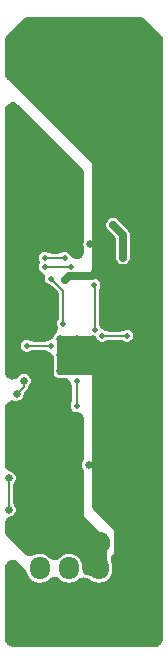
<source format=gbr>
%TF.GenerationSoftware,KiCad,Pcbnew,9.0.0*%
%TF.CreationDate,2025-04-10T00:07:50-07:00*%
%TF.ProjectId,RP2350_60QFN_minimal,52503233-3530-45f3-9630-51464e5f6d69,rev?*%
%TF.SameCoordinates,Original*%
%TF.FileFunction,Copper,L2,Bot*%
%TF.FilePolarity,Positive*%
%FSLAX46Y46*%
G04 Gerber Fmt 4.6, Leading zero omitted, Abs format (unit mm)*
G04 Created by KiCad (PCBNEW 9.0.0) date 2025-04-10 00:07:50*
%MOMM*%
%LPD*%
G01*
G04 APERTURE LIST*
G04 Aperture macros list*
%AMRoundRect*
0 Rectangle with rounded corners*
0 $1 Rounding radius*
0 $2 $3 $4 $5 $6 $7 $8 $9 X,Y pos of 4 corners*
0 Add a 4 corners polygon primitive as box body*
4,1,4,$2,$3,$4,$5,$6,$7,$8,$9,$2,$3,0*
0 Add four circle primitives for the rounded corners*
1,1,$1+$1,$2,$3*
1,1,$1+$1,$4,$5*
1,1,$1+$1,$6,$7*
1,1,$1+$1,$8,$9*
0 Add four rect primitives between the rounded corners*
20,1,$1+$1,$2,$3,$4,$5,0*
20,1,$1+$1,$4,$5,$6,$7,0*
20,1,$1+$1,$6,$7,$8,$9,0*
20,1,$1+$1,$8,$9,$2,$3,0*%
G04 Aperture macros list end*
%TA.AperFunction,ComponentPad*%
%ADD10C,0.635000*%
%TD*%
%TA.AperFunction,ComponentPad*%
%ADD11RoundRect,0.250000X0.600000X0.725000X-0.600000X0.725000X-0.600000X-0.725000X0.600000X-0.725000X0*%
%TD*%
%TA.AperFunction,ComponentPad*%
%ADD12O,1.700000X1.950000*%
%TD*%
%TA.AperFunction,ComponentPad*%
%ADD13C,1.400000*%
%TD*%
%TA.AperFunction,ComponentPad*%
%ADD14RoundRect,0.770000X-0.980000X-0.980000X0.980000X-0.980000X0.980000X0.980000X-0.980000X0.980000X0*%
%TD*%
%TA.AperFunction,ComponentPad*%
%ADD15C,3.500000*%
%TD*%
%TA.AperFunction,ViaPad*%
%ADD16C,1.905000*%
%TD*%
%TA.AperFunction,ViaPad*%
%ADD17C,0.508000*%
%TD*%
%TA.AperFunction,ViaPad*%
%ADD18C,0.635000*%
%TD*%
%TA.AperFunction,Conductor*%
%ADD19C,0.635000*%
%TD*%
%TA.AperFunction,Conductor*%
%ADD20C,0.190500*%
%TD*%
G04 APERTURE END LIST*
D10*
%TO.P,U3,61,GND*%
%TO.N,GND*%
X20850000Y-44726000D03*
X20850000Y-46101000D03*
X20850000Y-47476000D03*
X22225000Y-44726000D03*
X22225000Y-46101000D03*
X22225000Y-47476000D03*
X23600000Y-44726000D03*
X23600000Y-46101000D03*
X23600000Y-47476000D03*
%TD*%
D11*
%TO.P,J5,1,Pin_1*%
%TO.N,GND*%
X26610000Y-64142500D03*
D12*
%TO.P,J5,2,Pin_2*%
%TO.N,+24V*%
X24110000Y-64142500D03*
%TO.P,J5,3,Pin_3*%
%TO.N,/RS485-A*%
X21610000Y-64142500D03*
%TO.P,J5,4,Pin_4*%
%TO.N,/RS485-B*%
X19110000Y-64142500D03*
%TD*%
D13*
%TO.P,J1,*%
%TO.N,GND*%
X17400000Y-20480000D03*
X28400000Y-20480000D03*
D14*
%TO.P,J1,1,Pin_1*%
X25400000Y-30480000D03*
D15*
%TO.P,J1,2,Pin_2*%
%TO.N,+24V*%
X20400000Y-30480000D03*
%TD*%
D16*
%TO.N,+24V*%
X24130000Y-61976000D03*
D17*
%TO.N,GND*%
X21209000Y-39751000D03*
D18*
X26924000Y-54864000D03*
D16*
X26670000Y-61976000D03*
D18*
X28702000Y-43307000D03*
X22606000Y-39370000D03*
X23241000Y-55372000D03*
X28702000Y-41783000D03*
D17*
X24765000Y-40370002D03*
D18*
X23368000Y-36703000D03*
X27178000Y-37465000D03*
D17*
%TO.N,+3V3*%
X19558000Y-38608000D03*
X21717000Y-38608000D03*
D18*
%TO.N,Net-(U2-SW)*%
X26162000Y-37846000D03*
X25308999Y-35052000D03*
D17*
%TO.N,+1V1*%
X24384000Y-44450000D03*
X26511250Y-44450000D03*
X22225000Y-50419000D03*
X22225000Y-48260000D03*
X23742000Y-40132000D03*
X20066000Y-45339000D03*
X18034000Y-45301000D03*
X23749000Y-43942000D03*
D18*
%TO.N,/GPIO9*%
X17145000Y-49403000D03*
X17780000Y-48263750D03*
%TO.N,/GPIO7*%
X16510000Y-59182000D03*
X16510000Y-56509500D03*
D17*
%TO.N,/QSPI_SD3*%
X21209000Y-37846000D03*
X19557425Y-37846000D03*
%TO.N,/QSPI_SCLK*%
X21082000Y-43434000D03*
X20066000Y-39624000D03*
%TD*%
D19*
%TO.N,GND*%
X21209000Y-39751000D02*
X21590000Y-39370000D01*
X23495000Y-39370000D02*
X24130000Y-38735000D01*
X21590000Y-39370000D02*
X22606000Y-39370000D01*
X22606000Y-39370000D02*
X23495000Y-39370000D01*
D20*
%TO.N,+3V3*%
X19558000Y-38608000D02*
X21717000Y-38608000D01*
D19*
%TO.N,Net-(U2-SW)*%
X26162000Y-37846000D02*
X26162000Y-35905001D01*
X26162000Y-35905001D02*
X25308999Y-35052000D01*
D20*
%TO.N,+1V1*%
X26511250Y-44450000D02*
X24384000Y-44450000D01*
X23749000Y-40139000D02*
X23742000Y-40132000D01*
X22225000Y-50419000D02*
X22225000Y-48260000D01*
X23749000Y-43942000D02*
X23749000Y-40139000D01*
X20028000Y-45301000D02*
X18034000Y-45301000D01*
X20066000Y-45339000D02*
X20028000Y-45301000D01*
%TO.N,/GPIO9*%
X17780000Y-48768000D02*
X17780000Y-48263750D01*
X17145000Y-49403000D02*
X17780000Y-48768000D01*
%TO.N,/GPIO7*%
X16510000Y-56509500D02*
X16510000Y-59182000D01*
%TO.N,/QSPI_SD3*%
X21209000Y-37846000D02*
X19557425Y-37846000D01*
%TO.N,/QSPI_SCLK*%
X21082000Y-43434000D02*
X21082000Y-40640000D01*
X21082000Y-40640000D02*
X20066000Y-39624000D01*
%TD*%
%TA.AperFunction,Conductor*%
%TO.N,GND*%
G36*
X27708598Y-17470218D02*
G01*
X27856361Y-17528722D01*
X27984932Y-17622134D01*
X27999235Y-17635994D01*
X29354006Y-18990765D01*
X29451410Y-19116339D01*
X29514526Y-19262191D01*
X29539387Y-19419157D01*
X29539700Y-19439071D01*
X29539700Y-70095929D01*
X29533458Y-70145333D01*
X29531895Y-70195105D01*
X29523536Y-70223874D01*
X29519782Y-70253598D01*
X29501450Y-70299897D01*
X29487558Y-70347717D01*
X29472306Y-70373506D01*
X29461278Y-70401361D01*
X29432010Y-70441643D01*
X29406661Y-70484509D01*
X29373726Y-70521866D01*
X29367866Y-70529932D01*
X29354008Y-70544232D01*
X29269238Y-70629003D01*
X29143665Y-70726409D01*
X28997814Y-70789525D01*
X28840848Y-70814387D01*
X28820930Y-70814700D01*
X16899072Y-70814700D01*
X16741403Y-70794782D01*
X16593640Y-70736278D01*
X16465069Y-70642866D01*
X16450766Y-70629006D01*
X16365994Y-70544234D01*
X16268590Y-70418660D01*
X16205474Y-70272808D01*
X16180613Y-70115842D01*
X16180300Y-70095928D01*
X16180300Y-64065912D01*
X16189021Y-63996872D01*
X16195569Y-63927609D01*
X16198962Y-63918184D01*
X16200218Y-63908243D01*
X16225833Y-63843547D01*
X16249402Y-63778082D01*
X16255033Y-63769794D01*
X16258722Y-63760480D01*
X16299619Y-63704188D01*
X16338730Y-63646640D01*
X16346244Y-63640014D01*
X16352134Y-63631909D01*
X16405746Y-63587556D01*
X16457939Y-63541543D01*
X16466866Y-63536994D01*
X16474586Y-63530608D01*
X16537551Y-63500978D01*
X16599540Y-63469394D01*
X16609315Y-63467208D01*
X16618383Y-63462942D01*
X16686743Y-63449901D01*
X16754635Y-63434726D01*
X16764647Y-63435040D01*
X16774491Y-63433163D01*
X16843945Y-63437532D01*
X16913479Y-63439718D01*
X16923098Y-63442512D01*
X16933100Y-63443142D01*
X16999281Y-63464645D01*
X17066092Y-63484056D01*
X17074715Y-63489156D01*
X17084244Y-63492252D01*
X17142991Y-63529534D01*
X17202883Y-63564954D01*
X17213363Y-63574193D01*
X17218427Y-63577407D01*
X17262606Y-63617606D01*
X17862525Y-64217525D01*
X17959929Y-64343099D01*
X18023045Y-64488951D01*
X18030699Y-64517817D01*
X18032695Y-64526132D01*
X18086418Y-64691475D01*
X18086424Y-64691490D01*
X18165344Y-64846379D01*
X18165351Y-64846390D01*
X18180531Y-64867283D01*
X18267535Y-64987033D01*
X18390467Y-65109965D01*
X18531116Y-65212153D01*
X18686019Y-65291080D01*
X18851362Y-65344803D01*
X19003424Y-65368887D01*
X19023067Y-65371999D01*
X19023068Y-65371999D01*
X19023074Y-65372000D01*
X19023080Y-65372000D01*
X19196920Y-65372000D01*
X19196926Y-65372000D01*
X19368638Y-65344803D01*
X19533981Y-65291080D01*
X19688884Y-65212153D01*
X19829533Y-65109965D01*
X19911698Y-65027799D01*
X20037268Y-64930399D01*
X20183120Y-64867283D01*
X20340086Y-64842422D01*
X20498303Y-64857378D01*
X20647830Y-64911211D01*
X20779272Y-65000539D01*
X20808289Y-65027787D01*
X20890467Y-65109965D01*
X21031116Y-65212153D01*
X21186019Y-65291080D01*
X21351362Y-65344803D01*
X21503424Y-65368887D01*
X21523067Y-65371999D01*
X21523068Y-65371999D01*
X21523074Y-65372000D01*
X21523080Y-65372000D01*
X21696920Y-65372000D01*
X21696926Y-65372000D01*
X21868638Y-65344803D01*
X22033981Y-65291080D01*
X22188884Y-65212153D01*
X22329533Y-65109965D01*
X22337211Y-65102286D01*
X22391506Y-65060169D01*
X22444337Y-65016220D01*
X22454173Y-65011558D01*
X22462775Y-65004886D01*
X22525849Y-64977589D01*
X22587948Y-64948160D01*
X22598634Y-64946091D01*
X22608626Y-64941767D01*
X22676519Y-64931012D01*
X22743974Y-64917953D01*
X22754836Y-64918606D01*
X22765591Y-64916903D01*
X22834012Y-64923369D01*
X22902609Y-64927496D01*
X22914722Y-64930997D01*
X22923809Y-64931856D01*
X22979780Y-64947085D01*
X22999563Y-64953453D01*
X23095302Y-64991359D01*
X23158307Y-65007536D01*
X23173570Y-65009464D01*
X23218206Y-65023832D01*
X23255091Y-65041065D01*
X23293810Y-65053640D01*
X23338254Y-65079920D01*
X23362189Y-65091103D01*
X23375027Y-65101664D01*
X23396599Y-65114420D01*
X23531116Y-65212153D01*
X23686019Y-65291080D01*
X23851362Y-65344803D01*
X24003424Y-65368887D01*
X24023067Y-65371999D01*
X24023068Y-65371999D01*
X24023074Y-65372000D01*
X24023080Y-65372000D01*
X24196920Y-65372000D01*
X24196926Y-65372000D01*
X24368638Y-65344803D01*
X24533981Y-65291080D01*
X24688884Y-65212153D01*
X24829533Y-65109965D01*
X24952465Y-64987033D01*
X25054653Y-64846384D01*
X25133580Y-64691481D01*
X25187303Y-64526138D01*
X25214500Y-64354426D01*
X25214500Y-63930574D01*
X25187303Y-63758862D01*
X25140311Y-63614237D01*
X25110534Y-63458136D01*
X25120513Y-63299528D01*
X25169623Y-63148383D01*
X25254777Y-63014200D01*
X25294957Y-62970042D01*
X25400000Y-62865000D01*
X25400000Y-60960000D01*
X23680694Y-59240694D01*
X23583289Y-59115120D01*
X23520174Y-58969268D01*
X23495313Y-58812302D01*
X23495000Y-58792388D01*
X23495000Y-47752001D01*
X23495000Y-47752000D01*
X23876000Y-47752000D01*
X23876000Y-44635374D01*
X23966099Y-44744286D01*
X23976458Y-44761390D01*
X23977097Y-44762223D01*
X23977099Y-44762226D01*
X24071774Y-44856901D01*
X24187726Y-44923847D01*
X24317055Y-44958500D01*
X24317058Y-44958500D01*
X24450942Y-44958500D01*
X24450945Y-44958500D01*
X24580274Y-44923847D01*
X24648093Y-44884690D01*
X24690958Y-44866671D01*
X24731704Y-44844272D01*
X24763927Y-44835998D01*
X24794597Y-44823106D01*
X24840594Y-44816313D01*
X24885634Y-44804749D01*
X24943598Y-44801102D01*
X24951815Y-44799889D01*
X24965095Y-44799750D01*
X25930155Y-44799750D01*
X26087824Y-44819668D01*
X26235587Y-44878172D01*
X26247153Y-44884688D01*
X26314976Y-44923847D01*
X26444305Y-44958500D01*
X26444308Y-44958500D01*
X26578192Y-44958500D01*
X26578195Y-44958500D01*
X26707524Y-44923847D01*
X26823476Y-44856901D01*
X26918151Y-44762226D01*
X26985097Y-44646274D01*
X27019750Y-44516945D01*
X27019750Y-44383055D01*
X26985097Y-44253726D01*
X26918151Y-44137774D01*
X26823476Y-44043099D01*
X26823471Y-44043096D01*
X26707526Y-43976154D01*
X26707524Y-43976153D01*
X26707517Y-43976151D01*
X26578195Y-43941500D01*
X26444305Y-43941500D01*
X26384752Y-43957457D01*
X26314975Y-43976153D01*
X26247157Y-44015309D01*
X26204291Y-44033328D01*
X26163546Y-44055728D01*
X26131322Y-44064001D01*
X26100653Y-44076894D01*
X26054655Y-44083686D01*
X26009616Y-44095251D01*
X25951651Y-44098897D01*
X25943435Y-44100111D01*
X25930155Y-44100250D01*
X24965095Y-44100250D01*
X24807426Y-44080332D01*
X24659663Y-44021828D01*
X24648093Y-44015309D01*
X24580274Y-43976153D01*
X24580268Y-43976151D01*
X24568661Y-43973041D01*
X24421519Y-43912995D01*
X24293933Y-43818241D01*
X24193919Y-43694736D01*
X24127762Y-43550238D01*
X24099619Y-43393827D01*
X24098750Y-43360644D01*
X24098750Y-40700970D01*
X24118668Y-40543301D01*
X24177172Y-40395538D01*
X24183664Y-40384015D01*
X24215847Y-40328274D01*
X24250500Y-40198945D01*
X24250500Y-40065055D01*
X24215847Y-39935726D01*
X24148901Y-39819774D01*
X24054226Y-39725099D01*
X24046505Y-39720641D01*
X23938276Y-39658154D01*
X23899880Y-39642250D01*
X23901119Y-39639258D01*
X23817733Y-39605223D01*
X23690153Y-39510461D01*
X23590148Y-39386949D01*
X23524000Y-39242447D01*
X23495867Y-39086034D01*
X23495000Y-39052892D01*
X23495000Y-35307810D01*
X23499849Y-35269421D01*
X23499703Y-35230731D01*
X23509768Y-35190901D01*
X23514918Y-35150141D01*
X23529161Y-35114166D01*
X23538642Y-35076653D01*
X23552262Y-35051654D01*
X23551066Y-35049423D01*
X24705018Y-35049423D01*
X24717590Y-35072189D01*
X24736999Y-35120673D01*
X24736999Y-35127305D01*
X24775980Y-35272784D01*
X24824762Y-35357276D01*
X24847434Y-35396547D01*
X24847438Y-35396555D01*
X24851279Y-35403207D01*
X24851283Y-35403212D01*
X24851285Y-35403216D01*
X25404309Y-35956240D01*
X25501710Y-36081810D01*
X25564826Y-36227662D01*
X25589687Y-36384628D01*
X25590000Y-36404542D01*
X25590000Y-37921305D01*
X25628980Y-38066783D01*
X25704284Y-38197213D01*
X25704286Y-38197216D01*
X25810784Y-38303714D01*
X25941216Y-38379019D01*
X26086695Y-38418000D01*
X26237305Y-38418000D01*
X26382784Y-38379019D01*
X26513216Y-38303714D01*
X26619714Y-38197216D01*
X26695019Y-38066784D01*
X26734000Y-37921305D01*
X26734000Y-35829696D01*
X26695020Y-35684218D01*
X26619714Y-35553785D01*
X25660215Y-34594286D01*
X25660212Y-34594284D01*
X25529782Y-34518980D01*
X25384304Y-34480000D01*
X25233694Y-34480000D01*
X25088215Y-34518980D01*
X24957785Y-34594284D01*
X24851283Y-34700786D01*
X24775979Y-34831216D01*
X24741397Y-34960281D01*
X24705018Y-35049423D01*
X23551066Y-35049423D01*
X23537110Y-35023396D01*
X23499202Y-34869060D01*
X23495000Y-34796190D01*
X23495000Y-29845002D01*
X23495000Y-29845000D01*
X16365994Y-22715994D01*
X16268590Y-22590420D01*
X16205474Y-22444568D01*
X16180613Y-22287602D01*
X16180300Y-22267688D01*
X16180300Y-19439071D01*
X16200218Y-19281402D01*
X16258722Y-19133639D01*
X16352134Y-19005068D01*
X16365994Y-18990765D01*
X17720766Y-17635994D01*
X17846340Y-17538589D01*
X17992192Y-17475474D01*
X18149158Y-17450613D01*
X18169072Y-17450300D01*
X27550929Y-17450300D01*
X27708598Y-17470218D01*
G37*
%TD.AperFunction*%
%TD*%
%TA.AperFunction,Conductor*%
%TO.N,GND*%
G36*
X23876000Y-47752000D02*
G01*
X20700000Y-47752000D01*
X20631879Y-47731998D01*
X20585386Y-47678342D01*
X20574000Y-47626000D01*
X20574000Y-44576000D01*
X20594002Y-44507879D01*
X20647658Y-44461386D01*
X20700000Y-44450000D01*
X23495001Y-44450000D01*
X23876000Y-44450000D01*
X23876000Y-47752000D01*
G37*
%TD.AperFunction*%
%TD*%
%TA.AperFunction,Conductor*%
%TO.N,+24V*%
G36*
X16933100Y-24708142D02*
G01*
X17084244Y-24757252D01*
X17218427Y-24842407D01*
X17262606Y-24882606D01*
X22674306Y-30294306D01*
X22771710Y-30419880D01*
X22834826Y-30565732D01*
X22859687Y-30722698D01*
X22860000Y-30742612D01*
X22860000Y-36438881D01*
X22834981Y-36482216D01*
X22796000Y-36627695D01*
X22796000Y-36778305D01*
X22834981Y-36923784D01*
X22860000Y-36967118D01*
X22860000Y-37322495D01*
X22840082Y-37480164D01*
X22781578Y-37627927D01*
X22688166Y-37756498D01*
X22565714Y-37857799D01*
X22421917Y-37925465D01*
X22265809Y-37955244D01*
X22107200Y-37945265D01*
X21956056Y-37896155D01*
X21821873Y-37811000D01*
X21713083Y-37695151D01*
X21676942Y-37639498D01*
X21615903Y-37533778D01*
X21615902Y-37533776D01*
X21615901Y-37533774D01*
X21521226Y-37439099D01*
X21521221Y-37439096D01*
X21405276Y-37372154D01*
X21405274Y-37372153D01*
X21275945Y-37337500D01*
X21142055Y-37337500D01*
X21055835Y-37360602D01*
X21012725Y-37372153D01*
X20944907Y-37411309D01*
X20902041Y-37429328D01*
X20861296Y-37451728D01*
X20829072Y-37460001D01*
X20798403Y-37472894D01*
X20752405Y-37479686D01*
X20707366Y-37491251D01*
X20649401Y-37494897D01*
X20641185Y-37496111D01*
X20627905Y-37496250D01*
X20138520Y-37496250D01*
X19980851Y-37476332D01*
X19833088Y-37417828D01*
X19821518Y-37411309D01*
X19753699Y-37372153D01*
X19624370Y-37337500D01*
X19490480Y-37337500D01*
X19404260Y-37360602D01*
X19361150Y-37372153D01*
X19361148Y-37372154D01*
X19245203Y-37439096D01*
X19245201Y-37439097D01*
X19150522Y-37533776D01*
X19150521Y-37533778D01*
X19083579Y-37649723D01*
X19083578Y-37649725D01*
X19048925Y-37779056D01*
X19048925Y-37912946D01*
X19089395Y-38063985D01*
X19110962Y-38221437D01*
X19092695Y-38379307D01*
X19089396Y-38392157D01*
X19084153Y-38411726D01*
X19049500Y-38541055D01*
X19049500Y-38674945D01*
X19084153Y-38804274D01*
X19151099Y-38920226D01*
X19245774Y-39014901D01*
X19245776Y-39014902D01*
X19278743Y-39040199D01*
X19278410Y-39040632D01*
X19367088Y-39107942D01*
X19465802Y-39232488D01*
X19530441Y-39377671D01*
X19556944Y-39534369D01*
X19557500Y-39560916D01*
X19557500Y-39690945D01*
X19592019Y-39819774D01*
X19592153Y-39820274D01*
X19592154Y-39820276D01*
X19658810Y-39935726D01*
X19659099Y-39936226D01*
X19753774Y-40030901D01*
X19869726Y-40097847D01*
X19945371Y-40118115D01*
X19988422Y-40135684D01*
X20033071Y-40148656D01*
X20061705Y-40165590D01*
X20092509Y-40178161D01*
X20129838Y-40205884D01*
X20169862Y-40229554D01*
X20213433Y-40267966D01*
X20220095Y-40272914D01*
X20229585Y-40282206D01*
X20546556Y-40599177D01*
X20643960Y-40724751D01*
X20707076Y-40870603D01*
X20731937Y-41027569D01*
X20732250Y-41047483D01*
X20732250Y-42852905D01*
X20712332Y-43010574D01*
X20653828Y-43158337D01*
X20647309Y-43169907D01*
X20608153Y-43237725D01*
X20608153Y-43237726D01*
X20573500Y-43367055D01*
X20573500Y-43500945D01*
X20592706Y-43572623D01*
X20618909Y-43670415D01*
X20614096Y-43671704D01*
X20634703Y-43748634D01*
X20636355Y-43907548D01*
X20598434Y-44061880D01*
X20535627Y-44183979D01*
X20484497Y-44261410D01*
X20477722Y-44265269D01*
X20424066Y-44311762D01*
X20391944Y-44345051D01*
X20345013Y-44434770D01*
X20331931Y-44479320D01*
X20316981Y-44505216D01*
X20312523Y-44521853D01*
X20272543Y-44582400D01*
X20265027Y-44591156D01*
X20246032Y-44624462D01*
X20135439Y-44738592D01*
X19999937Y-44821632D01*
X19903115Y-44856206D01*
X19869730Y-44865151D01*
X19869723Y-44865154D01*
X19867722Y-44866310D01*
X19721218Y-44927895D01*
X19564000Y-44951111D01*
X19550722Y-44951250D01*
X18615095Y-44951250D01*
X18457426Y-44931332D01*
X18309663Y-44872828D01*
X18298093Y-44866309D01*
X18230274Y-44827153D01*
X18209669Y-44821632D01*
X18100945Y-44792500D01*
X17967055Y-44792500D01*
X17880835Y-44815602D01*
X17837725Y-44827153D01*
X17837723Y-44827154D01*
X17721778Y-44894096D01*
X17721776Y-44894097D01*
X17627097Y-44988776D01*
X17627096Y-44988778D01*
X17560154Y-45104723D01*
X17560153Y-45104725D01*
X17560153Y-45104726D01*
X17525500Y-45234055D01*
X17525500Y-45367945D01*
X17560153Y-45497274D01*
X17627099Y-45613226D01*
X17721774Y-45707901D01*
X17837726Y-45774847D01*
X17967055Y-45809500D01*
X17967058Y-45809500D01*
X18100942Y-45809500D01*
X18100945Y-45809500D01*
X18230274Y-45774847D01*
X18298093Y-45735690D01*
X18340958Y-45717671D01*
X18381704Y-45695272D01*
X18413927Y-45686998D01*
X18444597Y-45674106D01*
X18490594Y-45667313D01*
X18535634Y-45655749D01*
X18593598Y-45652102D01*
X18601815Y-45650889D01*
X18615095Y-45650750D01*
X19419088Y-45650750D01*
X19576757Y-45670668D01*
X19724520Y-45729172D01*
X19736091Y-45735691D01*
X19753772Y-45745899D01*
X19753774Y-45745901D01*
X19869726Y-45812847D01*
X19869734Y-45812849D01*
X19908120Y-45828750D01*
X19906955Y-45831561D01*
X19991697Y-45866138D01*
X20119289Y-45960884D01*
X20219310Y-46084383D01*
X20285476Y-46228877D01*
X20313629Y-46385286D01*
X20314500Y-46418508D01*
X20314500Y-47264475D01*
X20278000Y-47400695D01*
X20278000Y-47551305D01*
X20316981Y-47696784D01*
X20327968Y-47715815D01*
X20331816Y-47733501D01*
X20339166Y-47760291D01*
X20389269Y-47848278D01*
X20435762Y-47901934D01*
X20469051Y-47934056D01*
X20558770Y-47980987D01*
X20603320Y-47994068D01*
X20629216Y-48009019D01*
X20774695Y-48048000D01*
X20925305Y-48048000D01*
X21061525Y-48011500D01*
X21170293Y-48011500D01*
X21195504Y-48013515D01*
X21247958Y-48024444D01*
X21303160Y-48031418D01*
X21327301Y-48040976D01*
X21351085Y-48045932D01*
X21397813Y-48068894D01*
X21450923Y-48089922D01*
X21472484Y-48105587D01*
X21493717Y-48116021D01*
X21532225Y-48148991D01*
X21579494Y-48183334D01*
X21596873Y-48204342D01*
X21614437Y-48219380D01*
X21642878Y-48259952D01*
X21680795Y-48305786D01*
X21692613Y-48330902D01*
X21705660Y-48349513D01*
X21722820Y-48395095D01*
X21733821Y-48418471D01*
X21735250Y-48417880D01*
X21747800Y-48448179D01*
X21748461Y-48449583D01*
X21748659Y-48450253D01*
X21751153Y-48456275D01*
X21790307Y-48524089D01*
X21851894Y-48670594D01*
X21875111Y-48827811D01*
X21875250Y-48841094D01*
X21875250Y-49837905D01*
X21855332Y-49995574D01*
X21796828Y-50143337D01*
X21790309Y-50154907D01*
X21751153Y-50222725D01*
X21751153Y-50222726D01*
X21716500Y-50352055D01*
X21716500Y-50485945D01*
X21751153Y-50615274D01*
X21818099Y-50731226D01*
X21912774Y-50825901D01*
X22028726Y-50892847D01*
X22158055Y-50927500D01*
X22158058Y-50927500D01*
X22226000Y-50927500D01*
X22383669Y-50947418D01*
X22531432Y-51005922D01*
X22660003Y-51099334D01*
X22761304Y-51221786D01*
X22828970Y-51365583D01*
X22858749Y-51521691D01*
X22860000Y-51561500D01*
X22860000Y-54718031D01*
X22840082Y-54875700D01*
X22781578Y-55023463D01*
X22775061Y-55035030D01*
X22707980Y-55151217D01*
X22669000Y-55296694D01*
X22669000Y-55447305D01*
X22707980Y-55592783D01*
X22775060Y-55708968D01*
X22836645Y-55855473D01*
X22859861Y-56012690D01*
X22860000Y-56025968D01*
X22860000Y-59690000D01*
X24579309Y-61409309D01*
X24676710Y-61534879D01*
X24739826Y-61680731D01*
X24764687Y-61837697D01*
X24765000Y-61857611D01*
X24765000Y-64136000D01*
X24757518Y-64195225D01*
X24753770Y-64254800D01*
X24747589Y-64273822D01*
X24745082Y-64293669D01*
X24723105Y-64349174D01*
X24704660Y-64405944D01*
X24693941Y-64422833D01*
X24686578Y-64441432D01*
X24651489Y-64489726D01*
X24619505Y-64540127D01*
X24604923Y-64553819D01*
X24593166Y-64570003D01*
X24547172Y-64608052D01*
X24503656Y-64648917D01*
X24486125Y-64658554D01*
X24470714Y-64671304D01*
X24416699Y-64696721D01*
X24364391Y-64725478D01*
X24345018Y-64730452D01*
X24326917Y-64738970D01*
X24268278Y-64750155D01*
X24210461Y-64765001D01*
X24180613Y-64766878D01*
X24170809Y-64768749D01*
X24131000Y-64770000D01*
X23348500Y-64770000D01*
X23190831Y-64750082D01*
X23043068Y-64691578D01*
X22914497Y-64598166D01*
X22813196Y-64475714D01*
X22745530Y-64331917D01*
X22715751Y-64175809D01*
X22714500Y-64136000D01*
X22714500Y-63930580D01*
X22714499Y-63930567D01*
X22711832Y-63913731D01*
X22687303Y-63758862D01*
X22633580Y-63593519D01*
X22554653Y-63438616D01*
X22452465Y-63297967D01*
X22329533Y-63175035D01*
X22248127Y-63115890D01*
X22188890Y-63072851D01*
X22188879Y-63072844D01*
X22033990Y-62993924D01*
X22033984Y-62993921D01*
X22033981Y-62993920D01*
X21868638Y-62940197D01*
X21696932Y-62913000D01*
X21696926Y-62913000D01*
X21523074Y-62913000D01*
X21523067Y-62913000D01*
X21351362Y-62940197D01*
X21186024Y-62993918D01*
X21186009Y-62993924D01*
X21031120Y-63072844D01*
X21031109Y-63072851D01*
X20890469Y-63175033D01*
X20890467Y-63175034D01*
X20890467Y-63175035D01*
X20808301Y-63257200D01*
X20682732Y-63354601D01*
X20536880Y-63417717D01*
X20379914Y-63442578D01*
X20221697Y-63427622D01*
X20072170Y-63373789D01*
X19940728Y-63284461D01*
X19911710Y-63257212D01*
X19829533Y-63175035D01*
X19748127Y-63115890D01*
X19688890Y-63072851D01*
X19688879Y-63072844D01*
X19533990Y-62993924D01*
X19533984Y-62993921D01*
X19533981Y-62993920D01*
X19368638Y-62940197D01*
X19196932Y-62913000D01*
X19196926Y-62913000D01*
X19023074Y-62913000D01*
X19023067Y-62913000D01*
X18851362Y-62940197D01*
X18686024Y-62993918D01*
X18686009Y-62993924D01*
X18581645Y-63047101D01*
X18432117Y-63100934D01*
X18273900Y-63115890D01*
X18116934Y-63091029D01*
X17971082Y-63027913D01*
X17845509Y-62930509D01*
X16365994Y-61450994D01*
X16335472Y-61411645D01*
X16301383Y-61375344D01*
X16286949Y-61349088D01*
X16268590Y-61325420D01*
X16248814Y-61279721D01*
X16224822Y-61236079D01*
X16217371Y-61207061D01*
X16205474Y-61179568D01*
X16197684Y-61130386D01*
X16185299Y-61082149D01*
X16182172Y-61032445D01*
X16180613Y-61022602D01*
X16180300Y-61002688D01*
X16180300Y-60349006D01*
X16200218Y-60191337D01*
X16258722Y-60043574D01*
X16352134Y-59915003D01*
X16474586Y-59813702D01*
X16618383Y-59746036D01*
X16650210Y-59736609D01*
X16675910Y-59729722D01*
X16730784Y-59715019D01*
X16861216Y-59639714D01*
X16967714Y-59533216D01*
X17043019Y-59402784D01*
X17082000Y-59257305D01*
X17082000Y-59106695D01*
X17043019Y-58961216D01*
X16967714Y-58830784D01*
X16946937Y-58794797D01*
X16950663Y-58792645D01*
X16946510Y-58785091D01*
X16910556Y-58723547D01*
X16908277Y-58715545D01*
X16904272Y-58708259D01*
X16886550Y-58639237D01*
X16867035Y-58570700D01*
X16866228Y-58560091D01*
X16864749Y-58554329D01*
X16859750Y-58474868D01*
X16859750Y-57216631D01*
X16879668Y-57058962D01*
X16938172Y-56911199D01*
X16947447Y-56896997D01*
X16946937Y-56896703D01*
X16967714Y-56860716D01*
X17043019Y-56730284D01*
X17082000Y-56584805D01*
X17082000Y-56434195D01*
X17043019Y-56288716D01*
X16967714Y-56158284D01*
X16861216Y-56051786D01*
X16730784Y-55976481D01*
X16730783Y-55976480D01*
X16730782Y-55976480D01*
X16650205Y-55954889D01*
X16503064Y-55894841D01*
X16375478Y-55800086D01*
X16275466Y-55676580D01*
X16209310Y-55532081D01*
X16181169Y-55375670D01*
X16180300Y-55342493D01*
X16180300Y-50562932D01*
X16200218Y-50405263D01*
X16258722Y-50257500D01*
X16352134Y-50128929D01*
X16474586Y-50027628D01*
X16618383Y-49959962D01*
X16774491Y-49930183D01*
X16933100Y-49940162D01*
X16978381Y-49950532D01*
X17069695Y-49975000D01*
X17069696Y-49975000D01*
X17220305Y-49975000D01*
X17365784Y-49936019D01*
X17496216Y-49860714D01*
X17602714Y-49754216D01*
X17678019Y-49623784D01*
X17717000Y-49478305D01*
X17717000Y-49478304D01*
X17727755Y-49438167D01*
X17732127Y-49439338D01*
X17752331Y-49362258D01*
X17813393Y-49246499D01*
X17848114Y-49194506D01*
X18059870Y-48982752D01*
X18105915Y-48902998D01*
X18129751Y-48814045D01*
X18129751Y-48772778D01*
X18206303Y-48658148D01*
X18214225Y-48649013D01*
X18230561Y-48624287D01*
X18237709Y-48614970D01*
X18237714Y-48614966D01*
X18313019Y-48484534D01*
X18352000Y-48339055D01*
X18352000Y-48188445D01*
X18313019Y-48042966D01*
X18237714Y-47912534D01*
X18131216Y-47806036D01*
X18102764Y-47789609D01*
X18000783Y-47730730D01*
X17855305Y-47691750D01*
X17704695Y-47691750D01*
X17559216Y-47730730D01*
X17428786Y-47806034D01*
X17322282Y-47912538D01*
X17317282Y-47919055D01*
X17205496Y-48032016D01*
X17069129Y-48113628D01*
X16916751Y-48158763D01*
X16757935Y-48164584D01*
X16602660Y-48130728D01*
X16460684Y-48059319D01*
X16340927Y-47954846D01*
X16250914Y-47823873D01*
X16196300Y-47674629D01*
X16180300Y-47533095D01*
X16180300Y-25330912D01*
X16200218Y-25173243D01*
X16258722Y-25025480D01*
X16352134Y-24896909D01*
X16474586Y-24795608D01*
X16618383Y-24727942D01*
X16774491Y-24698163D01*
X16933100Y-24708142D01*
G37*
%TD.AperFunction*%
%TD*%
M02*

</source>
